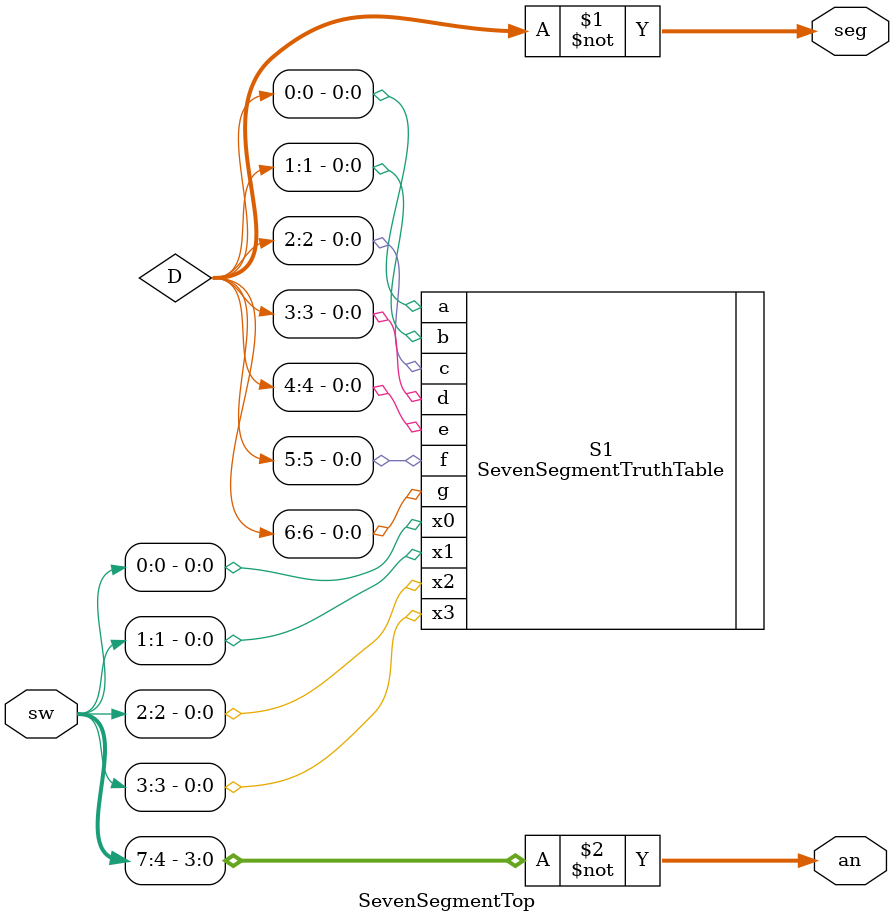
<source format=v>
module SevenSegmentTop(
    output [6:0] seg ,
    output [3:0] an ,
    input [7:0] sw
    );
    
    wire [6:0] D;
    assign seg = ~D;
    assign an = ~sw [7:4];
    SevenSegmentTruthTable S1(
    //SevenSegmentCombinational S1(
    .x3(sw[3]),
    .x2(sw[2]),
    .x1(sw[1]),
    .x0(sw[0]),
    .a(D[0]),
    .b(D[1]),
    .c(D[2]),
    .d(D[3]),
    .e(D[4]),
    .f(D[5]),
    .g(D[6])
    );
endmodule
</source>
